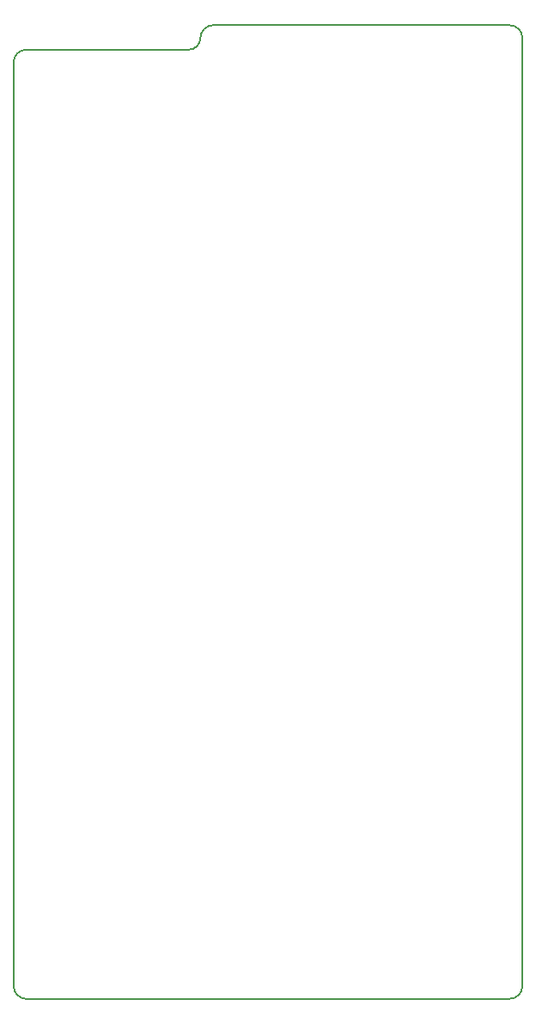
<source format=gbr>
G04 #@! TF.FileFunction,Profile,NP*
%FSLAX46Y46*%
G04 Gerber Fmt 4.6, Leading zero omitted, Abs format (unit mm)*
G04 Created by KiCad (PCBNEW 4.0.7) date 05/04/18 00:13:25*
%MOMM*%
%LPD*%
G01*
G04 APERTURE LIST*
%ADD10C,0.100000*%
%ADD11C,0.150000*%
G04 APERTURE END LIST*
D10*
D11*
X149225000Y-146050000D02*
X101600000Y-146050000D01*
X149225000Y-50165000D02*
X120015000Y-50165000D01*
X100330000Y-53848000D02*
X100330000Y-144780000D01*
X150495000Y-144780000D02*
X150495000Y-51435000D01*
X100330000Y-144780000D02*
G75*
G03X101600000Y-146050000I1270000J0D01*
G01*
X149225000Y-146050000D02*
G75*
G03X150495000Y-144780000I0J1270000D01*
G01*
X150495000Y-51435000D02*
G75*
G03X149225000Y-50165000I-1270000J0D01*
G01*
X117602000Y-52578000D02*
X101600000Y-52578000D01*
X117602000Y-52578000D02*
G75*
G03X118745000Y-51435000I0J1143000D01*
G01*
X120015000Y-50165000D02*
G75*
G03X118745000Y-51435000I0J-1270000D01*
G01*
X101600000Y-52578000D02*
G75*
G03X100330000Y-53848000I0J-1270000D01*
G01*
M02*

</source>
